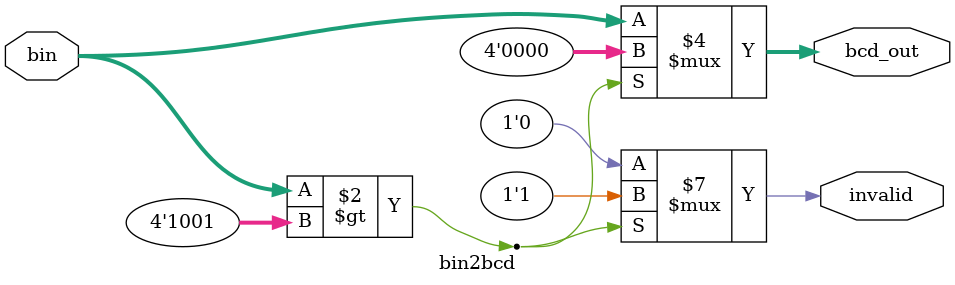
<source format=v>
module bin2bcd(input [3:0] bin, output reg [3:0] bcd_out, output reg invalid); //COMBINATIONAL BIN2BCD
//invalid if input is greater than 9; acts an enable signal

always @(*)begin
	if(bin > 4'd9)begin 
		invalid <= 1'b1; 
		bcd_out <= 4'd0;
	end
	else begin
		invalid <= 1'b0;
		bcd_out <= bin;
	end
end

endmodule

</source>
